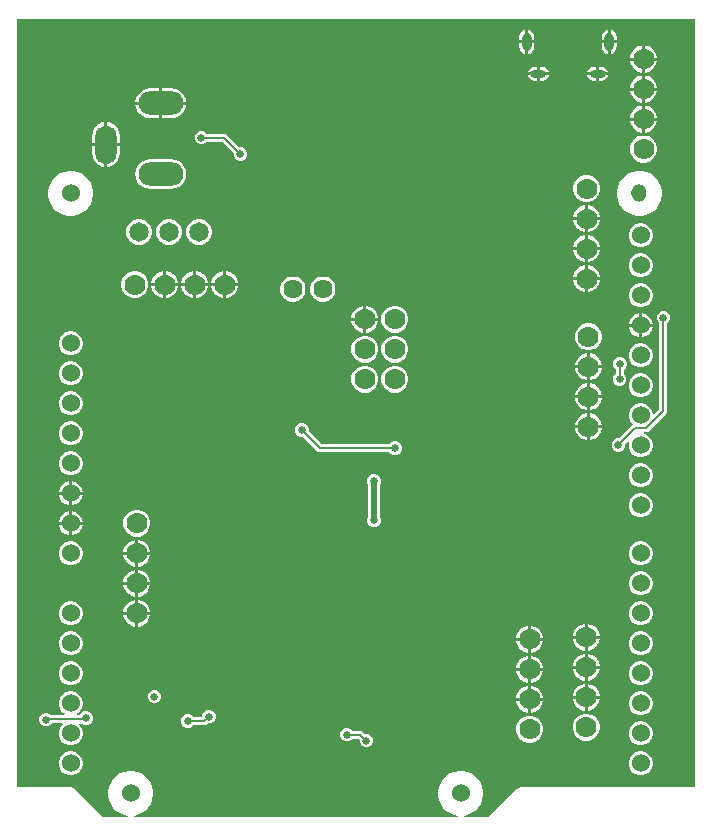
<source format=gbl>
G04*
G04 #@! TF.GenerationSoftware,Altium Limited,Altium Designer,24.2.2 (26)*
G04*
G04 Layer_Physical_Order=2*
G04 Layer_Color=16711680*
%FSLAX44Y44*%
%MOMM*%
G71*
G04*
G04 #@! TF.SameCoordinates,124A1895-3AD2-4E28-9B74-7A6451F43074*
G04*
G04*
G04 #@! TF.FilePolarity,Positive*
G04*
G01*
G75*
%ADD10C,0.1524*%
%ADD12C,0.5080*%
%ADD59C,1.7780*%
%ADD60O,1.8000X3.3000*%
%ADD61O,3.8000X2.0000*%
%ADD62C,1.6200*%
%ADD63C,1.5240*%
%ADD64O,0.7750X1.5500*%
%ADD65O,1.3000X0.6500*%
%ADD66C,1.6500*%
%ADD67O,1.2700X1.5240*%
%ADD68C,0.6350*%
G36*
X553620Y30580D02*
X406400D01*
X406400Y30580D01*
X404418Y30185D01*
X402738Y29062D01*
X402738Y29062D01*
X378855Y5179D01*
X358102D01*
X357977Y6449D01*
X361157Y7082D01*
X364624Y8518D01*
X367744Y10603D01*
X370397Y13256D01*
X372482Y16376D01*
X373918Y19843D01*
X374650Y23524D01*
Y27276D01*
X373918Y30957D01*
X372482Y34424D01*
X370397Y37544D01*
X367744Y40197D01*
X364624Y42282D01*
X361157Y43718D01*
X357476Y44450D01*
X353724D01*
X350043Y43718D01*
X346576Y42282D01*
X343456Y40197D01*
X340803Y37544D01*
X338718Y34424D01*
X337282Y30957D01*
X336550Y27276D01*
Y23524D01*
X337282Y19843D01*
X338718Y16376D01*
X340803Y13256D01*
X343456Y10603D01*
X346576Y8518D01*
X350043Y7082D01*
X353223Y6449D01*
X353098Y5179D01*
X78702D01*
X78577Y6449D01*
X81757Y7082D01*
X85224Y8518D01*
X88344Y10603D01*
X90997Y13256D01*
X93082Y16376D01*
X94518Y19843D01*
X95250Y23524D01*
Y27276D01*
X94518Y30957D01*
X93082Y34424D01*
X90997Y37544D01*
X88344Y40197D01*
X85224Y42282D01*
X81757Y43718D01*
X78076Y44450D01*
X74324D01*
X70643Y43718D01*
X67176Y42282D01*
X64056Y40197D01*
X61403Y37544D01*
X59318Y34424D01*
X57882Y30957D01*
X57150Y27276D01*
Y23524D01*
X57882Y19843D01*
X59318Y16376D01*
X61403Y13256D01*
X64056Y10603D01*
X67176Y8518D01*
X70643Y7082D01*
X73823Y6449D01*
X73698Y5179D01*
X52945D01*
X29062Y29062D01*
X27382Y30185D01*
X25400Y30580D01*
X-20220D01*
Y680620D01*
X553620D01*
Y30580D01*
D02*
G37*
%LPC*%
G36*
X412594Y671655D02*
Y662762D01*
X417865D01*
Y665367D01*
X417367Y667870D01*
X415949Y669992D01*
X413827Y671410D01*
X412594Y671655D01*
D02*
G37*
G36*
X482594D02*
Y662762D01*
X487865D01*
Y665367D01*
X487367Y667870D01*
X485949Y669992D01*
X483827Y671410D01*
X482594Y671655D01*
D02*
G37*
G36*
X480054D02*
X478821Y671410D01*
X476699Y669992D01*
X475281Y667870D01*
X474783Y665367D01*
Y662762D01*
X480054D01*
Y671655D01*
D02*
G37*
G36*
X410054D02*
X408821Y671410D01*
X406699Y669992D01*
X405281Y667870D01*
X404783Y665367D01*
Y662762D01*
X410054D01*
Y671655D01*
D02*
G37*
G36*
X417865Y660222D02*
X412594D01*
Y651329D01*
X413827Y651574D01*
X415949Y652992D01*
X417367Y655114D01*
X417865Y657617D01*
Y660222D01*
D02*
G37*
G36*
X487865D02*
X482594D01*
Y651329D01*
X483827Y651574D01*
X485949Y652992D01*
X487367Y655114D01*
X487865Y657617D01*
Y660222D01*
D02*
G37*
G36*
X480054D02*
X474783D01*
Y657617D01*
X475281Y655114D01*
X476699Y652992D01*
X478821Y651574D01*
X480054Y651329D01*
Y660222D01*
D02*
G37*
G36*
X410054D02*
X404783D01*
Y657617D01*
X405281Y655114D01*
X406699Y652992D01*
X408821Y651574D01*
X410054Y651329D01*
Y660222D01*
D02*
G37*
G36*
X511791Y658368D02*
X511556D01*
Y648208D01*
X521716D01*
Y648443D01*
X520937Y651350D01*
X519432Y653956D01*
X517304Y656084D01*
X514698Y657589D01*
X511791Y658368D01*
D02*
G37*
G36*
X509016D02*
X508781D01*
X505874Y657589D01*
X503268Y656084D01*
X501140Y653956D01*
X499635Y651350D01*
X498856Y648443D01*
Y648208D01*
X509016D01*
Y658368D01*
D02*
G37*
G36*
X474574Y640395D02*
X472594D01*
Y635762D01*
X480225D01*
X480028Y636751D01*
X478748Y638666D01*
X476833Y639946D01*
X474574Y640395D01*
D02*
G37*
G36*
X424574D02*
X422594D01*
Y635762D01*
X430225D01*
X430028Y636751D01*
X428748Y638666D01*
X426833Y639946D01*
X424574Y640395D01*
D02*
G37*
G36*
X470054D02*
X468074D01*
X465815Y639946D01*
X463900Y638666D01*
X462620Y636751D01*
X462423Y635762D01*
X470054D01*
Y640395D01*
D02*
G37*
G36*
X420054D02*
X418074D01*
X415815Y639946D01*
X413900Y638666D01*
X412620Y636751D01*
X412423Y635762D01*
X420054D01*
Y640395D01*
D02*
G37*
G36*
X521716Y645668D02*
X511556D01*
Y635508D01*
X511791D01*
X514698Y636287D01*
X517304Y637792D01*
X519432Y639920D01*
X520937Y642526D01*
X521716Y645433D01*
Y645668D01*
D02*
G37*
G36*
X509016D02*
X498856D01*
Y645433D01*
X499635Y642526D01*
X501140Y639920D01*
X503268Y637792D01*
X505874Y636287D01*
X508781Y635508D01*
X509016D01*
Y645668D01*
D02*
G37*
G36*
X480225Y633222D02*
X472594D01*
Y628589D01*
X474574D01*
X476833Y629038D01*
X478748Y630318D01*
X480028Y632233D01*
X480225Y633222D01*
D02*
G37*
G36*
X470054D02*
X462423D01*
X462620Y632233D01*
X463900Y630318D01*
X465815Y629038D01*
X468074Y628589D01*
X470054D01*
Y633222D01*
D02*
G37*
G36*
X430225D02*
X422594D01*
Y628589D01*
X424574D01*
X426833Y629038D01*
X428748Y630318D01*
X430028Y632233D01*
X430225Y633222D01*
D02*
G37*
G36*
X420054D02*
X412423D01*
X412620Y632233D01*
X413900Y630318D01*
X415815Y629038D01*
X418074Y628589D01*
X420054D01*
Y633222D01*
D02*
G37*
G36*
X511791Y632968D02*
X511556D01*
Y622808D01*
X521716D01*
Y623043D01*
X520937Y625950D01*
X519432Y628556D01*
X517304Y630684D01*
X514698Y632189D01*
X511791Y632968D01*
D02*
G37*
G36*
X509016D02*
X508781D01*
X505874Y632189D01*
X503268Y630684D01*
X501140Y628556D01*
X499635Y625950D01*
X498856Y623043D01*
Y622808D01*
X509016D01*
Y632968D01*
D02*
G37*
G36*
X110600Y622248D02*
X102870D01*
Y610870D01*
X123081D01*
X122817Y612874D01*
X121554Y615924D01*
X119544Y618544D01*
X116924Y620554D01*
X113874Y621817D01*
X110600Y622248D01*
D02*
G37*
G36*
X100330D02*
X92600D01*
X89326Y621817D01*
X86276Y620554D01*
X83656Y618544D01*
X81646Y615924D01*
X80383Y612874D01*
X80119Y610870D01*
X100330D01*
Y622248D01*
D02*
G37*
G36*
X521716Y620268D02*
X511556D01*
Y610108D01*
X511791D01*
X514698Y610887D01*
X517304Y612392D01*
X519432Y614520D01*
X520937Y617126D01*
X521716Y620033D01*
Y620268D01*
D02*
G37*
G36*
X509016D02*
X498856D01*
Y620033D01*
X499635Y617126D01*
X501140Y614520D01*
X503268Y612392D01*
X505874Y610887D01*
X508781Y610108D01*
X509016D01*
Y620268D01*
D02*
G37*
G36*
X511791Y607568D02*
X511556D01*
Y597408D01*
X521716D01*
Y597643D01*
X520937Y600550D01*
X519432Y603156D01*
X517304Y605284D01*
X514698Y606789D01*
X511791Y607568D01*
D02*
G37*
G36*
X509016D02*
X508781D01*
X505874Y606789D01*
X503268Y605284D01*
X501140Y603156D01*
X499635Y600550D01*
X498856Y597643D01*
Y597408D01*
X509016D01*
Y607568D01*
D02*
G37*
G36*
X123081Y608330D02*
X102870D01*
Y596952D01*
X110600D01*
X113874Y597383D01*
X116924Y598646D01*
X119544Y600656D01*
X121554Y603276D01*
X122817Y606326D01*
X123081Y608330D01*
D02*
G37*
G36*
X100330D02*
X80119D01*
X80383Y606326D01*
X81646Y603276D01*
X83656Y600656D01*
X86276Y598646D01*
X89326Y597383D01*
X92600Y596952D01*
X100330D01*
Y608330D01*
D02*
G37*
G36*
X521716Y594868D02*
X511556D01*
Y584708D01*
X511791D01*
X514698Y585487D01*
X517304Y586992D01*
X519432Y589120D01*
X520937Y591726D01*
X521716Y594633D01*
Y594868D01*
D02*
G37*
G36*
X509016D02*
X498856D01*
Y594633D01*
X499635Y591726D01*
X501140Y589120D01*
X503268Y586992D01*
X505874Y585487D01*
X508781Y584708D01*
X509016D01*
Y594868D01*
D02*
G37*
G36*
X56370Y593572D02*
Y575870D01*
X66740D01*
Y582100D01*
X66343Y585112D01*
X65180Y587920D01*
X63331Y590330D01*
X60920Y592180D01*
X58113Y593343D01*
X56370Y593572D01*
D02*
G37*
G36*
X53830D02*
X52088Y593343D01*
X49280Y592180D01*
X46870Y590330D01*
X45020Y587920D01*
X43857Y585112D01*
X43461Y582100D01*
Y575870D01*
X53830D01*
Y593572D01*
D02*
G37*
G36*
X137027Y586105D02*
X134753D01*
X132653Y585235D01*
X131045Y583627D01*
X130175Y581527D01*
Y579253D01*
X131045Y577153D01*
X132653Y575545D01*
X134753Y574675D01*
X137027D01*
X139127Y575545D01*
X140605Y577023D01*
X153546D01*
X163195Y567374D01*
Y565283D01*
X164065Y563183D01*
X165673Y561575D01*
X167773Y560705D01*
X170047D01*
X172147Y561575D01*
X173755Y563183D01*
X174625Y565283D01*
Y567557D01*
X173755Y569657D01*
X172147Y571265D01*
X170047Y572135D01*
X167956D01*
X157321Y582771D01*
X156228Y583500D01*
X154940Y583757D01*
X140605D01*
X139127Y585235D01*
X137027Y586105D01*
D02*
G37*
G36*
X511791Y582168D02*
X508781D01*
X505874Y581389D01*
X503268Y579884D01*
X501140Y577756D01*
X499635Y575150D01*
X498856Y572243D01*
Y569233D01*
X499635Y566326D01*
X501140Y563720D01*
X503268Y561592D01*
X505874Y560087D01*
X508781Y559308D01*
X511791D01*
X514698Y560087D01*
X517304Y561592D01*
X519432Y563720D01*
X520937Y566326D01*
X521716Y569233D01*
Y572243D01*
X520937Y575150D01*
X519432Y577756D01*
X517304Y579884D01*
X514698Y581389D01*
X511791Y582168D01*
D02*
G37*
G36*
X66740Y573330D02*
X56370D01*
Y555627D01*
X58113Y555857D01*
X60920Y557020D01*
X63331Y558869D01*
X65180Y561280D01*
X66343Y564087D01*
X66740Y567100D01*
Y573330D01*
D02*
G37*
G36*
X53830D02*
X43461D01*
Y567100D01*
X43857Y564087D01*
X45020Y561280D01*
X46870Y558869D01*
X49280Y557020D01*
X52088Y555857D01*
X53830Y555627D01*
Y573330D01*
D02*
G37*
G36*
X110600Y562248D02*
X92600D01*
X89326Y561817D01*
X86276Y560554D01*
X83656Y558544D01*
X81646Y555924D01*
X80383Y552874D01*
X79952Y549600D01*
X80383Y546326D01*
X81646Y543276D01*
X83656Y540657D01*
X86276Y538646D01*
X89326Y537383D01*
X92600Y536952D01*
X110600D01*
X113874Y537383D01*
X116924Y538646D01*
X119544Y540657D01*
X121554Y543276D01*
X122817Y546326D01*
X123248Y549600D01*
X122817Y552874D01*
X121554Y555924D01*
X119544Y558544D01*
X116924Y560554D01*
X113874Y561817D01*
X110600Y562248D01*
D02*
G37*
G36*
X463531Y548640D02*
X460521D01*
X457614Y547861D01*
X455008Y546356D01*
X452880Y544228D01*
X451375Y541622D01*
X450596Y538715D01*
Y535705D01*
X451375Y532798D01*
X452880Y530192D01*
X455008Y528064D01*
X457614Y526559D01*
X460521Y525780D01*
X463531D01*
X466438Y526559D01*
X469044Y528064D01*
X471172Y530192D01*
X472677Y532798D01*
X473456Y535705D01*
Y538715D01*
X472677Y541622D01*
X471172Y544228D01*
X469044Y546356D01*
X466438Y547861D01*
X463531Y548640D01*
D02*
G37*
G36*
X508606Y552450D02*
X504854D01*
X501173Y551718D01*
X497706Y550282D01*
X494586Y548197D01*
X491933Y545544D01*
X489848Y542424D01*
X488412Y538957D01*
X487680Y535276D01*
Y531524D01*
X488412Y527843D01*
X489848Y524376D01*
X491933Y521256D01*
X494586Y518603D01*
X497706Y516518D01*
X501173Y515082D01*
X504854Y514350D01*
X508606D01*
X512287Y515082D01*
X515754Y516518D01*
X518874Y518603D01*
X521527Y521256D01*
X523612Y524376D01*
X525048Y527843D01*
X525780Y531524D01*
Y535276D01*
X525048Y538957D01*
X523612Y542424D01*
X521527Y545544D01*
X518874Y548197D01*
X515754Y550282D01*
X512287Y551718D01*
X508606Y552450D01*
D02*
G37*
G36*
X27276D02*
X23524D01*
X19843Y551718D01*
X16376Y550282D01*
X13256Y548197D01*
X10603Y545544D01*
X8518Y542424D01*
X7082Y538957D01*
X6350Y535276D01*
Y531524D01*
X7082Y527843D01*
X8518Y524376D01*
X10603Y521256D01*
X13256Y518603D01*
X16376Y516518D01*
X19843Y515082D01*
X23524Y514350D01*
X27276D01*
X30957Y515082D01*
X34424Y516518D01*
X37544Y518603D01*
X40197Y521256D01*
X42282Y524376D01*
X43718Y527843D01*
X44450Y531524D01*
Y535276D01*
X43718Y538957D01*
X42282Y542424D01*
X40197Y545544D01*
X37544Y548197D01*
X34424Y550282D01*
X30957Y551718D01*
X27276Y552450D01*
D02*
G37*
G36*
X463531Y523240D02*
X463296D01*
Y513080D01*
X473456D01*
Y513315D01*
X472677Y516222D01*
X471172Y518828D01*
X469044Y520956D01*
X466438Y522461D01*
X463531Y523240D01*
D02*
G37*
G36*
X460756D02*
X460521D01*
X457614Y522461D01*
X455008Y520956D01*
X452880Y518828D01*
X451375Y516222D01*
X450596Y513315D01*
Y513080D01*
X460756D01*
Y523240D01*
D02*
G37*
G36*
X473456Y510540D02*
X463296D01*
Y500380D01*
X463531D01*
X466438Y501159D01*
X469044Y502664D01*
X471172Y504792D01*
X472677Y507398D01*
X473456Y510305D01*
Y510540D01*
D02*
G37*
G36*
X460756D02*
X450596D01*
Y510305D01*
X451375Y507398D01*
X452880Y504792D01*
X455008Y502664D01*
X457614Y501159D01*
X460521Y500380D01*
X460756D01*
Y510540D01*
D02*
G37*
G36*
X135279Y511424D02*
X132437D01*
X129693Y510689D01*
X127233Y509268D01*
X125224Y507259D01*
X123803Y504799D01*
X123068Y502054D01*
Y499213D01*
X123803Y496469D01*
X125224Y494009D01*
X127233Y492000D01*
X129693Y490579D01*
X132437Y489844D01*
X135279D01*
X138023Y490579D01*
X140483Y492000D01*
X142492Y494009D01*
X143913Y496469D01*
X144648Y499213D01*
Y502054D01*
X143913Y504799D01*
X142492Y507259D01*
X140483Y509268D01*
X138023Y510689D01*
X135279Y511424D01*
D02*
G37*
G36*
X109879D02*
X107037D01*
X104293Y510689D01*
X101833Y509268D01*
X99824Y507259D01*
X98403Y504799D01*
X97668Y502054D01*
Y499213D01*
X98403Y496469D01*
X99824Y494009D01*
X101833Y492000D01*
X104293Y490579D01*
X107037Y489844D01*
X109879D01*
X112623Y490579D01*
X115083Y492000D01*
X117092Y494009D01*
X118513Y496469D01*
X119248Y499213D01*
Y502054D01*
X118513Y504799D01*
X117092Y507259D01*
X115083Y509268D01*
X112623Y510689D01*
X109879Y511424D01*
D02*
G37*
G36*
X84479D02*
X81637D01*
X78893Y510689D01*
X76433Y509268D01*
X74424Y507259D01*
X73003Y504799D01*
X72268Y502054D01*
Y499213D01*
X73003Y496469D01*
X74424Y494009D01*
X76433Y492000D01*
X78893Y490579D01*
X81637Y489844D01*
X84479D01*
X87223Y490579D01*
X89683Y492000D01*
X91692Y494009D01*
X93113Y496469D01*
X93848Y499213D01*
Y502054D01*
X93113Y504799D01*
X91692Y507259D01*
X89683Y509268D01*
X87223Y510689D01*
X84479Y511424D01*
D02*
G37*
G36*
X463531Y497840D02*
X463296D01*
Y487680D01*
X473456D01*
Y487915D01*
X472677Y490822D01*
X471172Y493428D01*
X469044Y495556D01*
X466438Y497061D01*
X463531Y497840D01*
D02*
G37*
G36*
X509338Y508000D02*
X506662D01*
X504078Y507308D01*
X501762Y505970D01*
X499870Y504078D01*
X498532Y501762D01*
X497840Y499178D01*
Y496502D01*
X498532Y493918D01*
X499870Y491602D01*
X501762Y489710D01*
X504078Y488372D01*
X506662Y487680D01*
X509338D01*
X511922Y488372D01*
X514238Y489710D01*
X516130Y491602D01*
X517468Y493918D01*
X518160Y496502D01*
Y499178D01*
X517468Y501762D01*
X516130Y504078D01*
X514238Y505970D01*
X511922Y507308D01*
X509338Y508000D01*
D02*
G37*
G36*
X460756Y497840D02*
X460521D01*
X457614Y497061D01*
X455008Y495556D01*
X452880Y493428D01*
X451375Y490822D01*
X450596Y487915D01*
Y487680D01*
X460756D01*
Y497840D01*
D02*
G37*
G36*
X473456Y485140D02*
X463296D01*
Y474980D01*
X463531D01*
X466438Y475759D01*
X469044Y477264D01*
X471172Y479392D01*
X472677Y481998D01*
X473456Y484905D01*
Y485140D01*
D02*
G37*
G36*
X460756D02*
X450596D01*
Y484905D01*
X451375Y481998D01*
X452880Y479392D01*
X455008Y477264D01*
X457614Y475759D01*
X460521Y474980D01*
X460756D01*
Y485140D01*
D02*
G37*
G36*
X463531Y472440D02*
X463296D01*
Y462280D01*
X473456D01*
Y462515D01*
X472677Y465422D01*
X471172Y468028D01*
X469044Y470156D01*
X466438Y471661D01*
X463531Y472440D01*
D02*
G37*
G36*
X509338Y482600D02*
X506662D01*
X504078Y481908D01*
X501762Y480570D01*
X499870Y478678D01*
X498532Y476362D01*
X497840Y473778D01*
Y471102D01*
X498532Y468518D01*
X499870Y466202D01*
X501762Y464310D01*
X504078Y462972D01*
X506662Y462280D01*
X509338D01*
X511922Y462972D01*
X514238Y464310D01*
X516130Y466202D01*
X517468Y468518D01*
X518160Y471102D01*
Y473778D01*
X517468Y476362D01*
X516130Y478678D01*
X514238Y480570D01*
X511922Y481908D01*
X509338Y482600D01*
D02*
G37*
G36*
X460756Y472440D02*
X460521D01*
X457614Y471661D01*
X455008Y470156D01*
X452880Y468028D01*
X451375Y465422D01*
X450596Y462515D01*
Y462280D01*
X460756D01*
Y472440D01*
D02*
G37*
G36*
X157207Y467360D02*
X156972D01*
Y457200D01*
X167132D01*
Y457435D01*
X166353Y460342D01*
X164848Y462948D01*
X162720Y465076D01*
X160114Y466581D01*
X157207Y467360D01*
D02*
G37*
G36*
X154432D02*
X154197D01*
X151290Y466581D01*
X148684Y465076D01*
X146556Y462948D01*
X145051Y460342D01*
X144272Y457435D01*
Y457200D01*
X154432D01*
Y467360D01*
D02*
G37*
G36*
X131807D02*
X131572D01*
Y457200D01*
X141732D01*
Y457435D01*
X140953Y460342D01*
X139448Y462948D01*
X137320Y465076D01*
X134714Y466581D01*
X131807Y467360D01*
D02*
G37*
G36*
X129032D02*
X128797D01*
X125890Y466581D01*
X123284Y465076D01*
X121156Y462948D01*
X119651Y460342D01*
X118872Y457435D01*
Y457200D01*
X129032D01*
Y467360D01*
D02*
G37*
G36*
X106407D02*
X106172D01*
Y457200D01*
X116332D01*
Y457435D01*
X115553Y460342D01*
X114048Y462948D01*
X111920Y465076D01*
X109314Y466581D01*
X106407Y467360D01*
D02*
G37*
G36*
X103632D02*
X103397D01*
X100490Y466581D01*
X97884Y465076D01*
X95756Y462948D01*
X94251Y460342D01*
X93472Y457435D01*
Y457200D01*
X103632D01*
Y467360D01*
D02*
G37*
G36*
X473456Y459740D02*
X463296D01*
Y449580D01*
X463531D01*
X466438Y450359D01*
X469044Y451864D01*
X471172Y453992D01*
X472677Y456598D01*
X473456Y459505D01*
Y459740D01*
D02*
G37*
G36*
X460756D02*
X450596D01*
Y459505D01*
X451375Y456598D01*
X452880Y453992D01*
X455008Y451864D01*
X457614Y450359D01*
X460521Y449580D01*
X460756D01*
Y459740D01*
D02*
G37*
G36*
X167132Y454660D02*
X156972D01*
Y444500D01*
X157207D01*
X160114Y445279D01*
X162720Y446784D01*
X164848Y448912D01*
X166353Y451518D01*
X167132Y454425D01*
Y454660D01*
D02*
G37*
G36*
X154432D02*
X144272D01*
Y454425D01*
X145051Y451518D01*
X146556Y448912D01*
X148684Y446784D01*
X151290Y445279D01*
X154197Y444500D01*
X154432D01*
Y454660D01*
D02*
G37*
G36*
X141732D02*
X131572D01*
Y444500D01*
X131807D01*
X134714Y445279D01*
X137320Y446784D01*
X139448Y448912D01*
X140953Y451518D01*
X141732Y454425D01*
Y454660D01*
D02*
G37*
G36*
X129032D02*
X118872D01*
Y454425D01*
X119651Y451518D01*
X121156Y448912D01*
X123284Y446784D01*
X125890Y445279D01*
X128797Y444500D01*
X129032D01*
Y454660D01*
D02*
G37*
G36*
X116332D02*
X106172D01*
Y444500D01*
X106407D01*
X109314Y445279D01*
X111920Y446784D01*
X114048Y448912D01*
X115553Y451518D01*
X116332Y454425D01*
Y454660D01*
D02*
G37*
G36*
X103632D02*
X93472D01*
Y454425D01*
X94251Y451518D01*
X95756Y448912D01*
X97884Y446784D01*
X100490Y445279D01*
X103397Y444500D01*
X103632D01*
Y454660D01*
D02*
G37*
G36*
X81007Y467360D02*
X77997D01*
X75090Y466581D01*
X72484Y465076D01*
X70356Y462948D01*
X68851Y460342D01*
X68072Y457435D01*
Y454425D01*
X68851Y451518D01*
X70356Y448912D01*
X72484Y446784D01*
X75090Y445279D01*
X77997Y444500D01*
X81007D01*
X83914Y445279D01*
X86520Y446784D01*
X88648Y448912D01*
X90153Y451518D01*
X90932Y454425D01*
Y457435D01*
X90153Y460342D01*
X88648Y462948D01*
X86520Y465076D01*
X83914Y466581D01*
X81007Y467360D01*
D02*
G37*
G36*
X240161Y462760D02*
X237359D01*
X234653Y462035D01*
X232227Y460634D01*
X230246Y458653D01*
X228845Y456227D01*
X228120Y453521D01*
Y450719D01*
X228845Y448013D01*
X230246Y445587D01*
X232227Y443606D01*
X234653Y442205D01*
X237359Y441480D01*
X240161D01*
X242867Y442205D01*
X245293Y443606D01*
X247274Y445587D01*
X248675Y448013D01*
X249400Y450719D01*
Y453521D01*
X248675Y456227D01*
X247274Y458653D01*
X245293Y460634D01*
X242867Y462035D01*
X240161Y462760D01*
D02*
G37*
G36*
X214761D02*
X211959D01*
X209253Y462035D01*
X206827Y460634D01*
X204846Y458653D01*
X203445Y456227D01*
X202720Y453521D01*
Y450719D01*
X203445Y448013D01*
X204846Y445587D01*
X206827Y443606D01*
X209253Y442205D01*
X211959Y441480D01*
X214761D01*
X217467Y442205D01*
X219893Y443606D01*
X221874Y445587D01*
X223275Y448013D01*
X224000Y450719D01*
Y453521D01*
X223275Y456227D01*
X221874Y458653D01*
X219893Y460634D01*
X217467Y462035D01*
X214761Y462760D01*
D02*
G37*
G36*
X509338Y457200D02*
X506662D01*
X504078Y456508D01*
X501762Y455170D01*
X499870Y453278D01*
X498532Y450962D01*
X497840Y448378D01*
Y445702D01*
X498532Y443118D01*
X499870Y440802D01*
X501762Y438910D01*
X504078Y437572D01*
X506662Y436880D01*
X509338D01*
X511922Y437572D01*
X514238Y438910D01*
X516130Y440802D01*
X517468Y443118D01*
X518160Y445702D01*
Y448378D01*
X517468Y450962D01*
X516130Y453278D01*
X514238Y455170D01*
X511922Y456508D01*
X509338Y457200D01*
D02*
G37*
G36*
X275825Y438150D02*
X275590D01*
Y427990D01*
X285750D01*
Y428225D01*
X284971Y431132D01*
X283466Y433738D01*
X281338Y435866D01*
X278732Y437371D01*
X275825Y438150D01*
D02*
G37*
G36*
X273050D02*
X272815D01*
X269908Y437371D01*
X267302Y435866D01*
X265174Y433738D01*
X263669Y431132D01*
X262890Y428225D01*
Y427990D01*
X273050D01*
Y438150D01*
D02*
G37*
G36*
X509338Y431800D02*
X509270D01*
Y422910D01*
X518160D01*
Y422978D01*
X517468Y425562D01*
X516130Y427878D01*
X514238Y429770D01*
X511922Y431108D01*
X509338Y431800D01*
D02*
G37*
G36*
X506730D02*
X506662D01*
X504078Y431108D01*
X501762Y429770D01*
X499870Y427878D01*
X498532Y425562D01*
X497840Y422978D01*
Y422910D01*
X506730D01*
Y431800D01*
D02*
G37*
G36*
X301225Y438150D02*
X298215D01*
X295308Y437371D01*
X292702Y435866D01*
X290574Y433738D01*
X289069Y431132D01*
X288290Y428225D01*
Y425215D01*
X289069Y422308D01*
X290574Y419702D01*
X292702Y417574D01*
X295308Y416069D01*
X298215Y415290D01*
X301225D01*
X304132Y416069D01*
X306738Y417574D01*
X308866Y419702D01*
X310371Y422308D01*
X311150Y425215D01*
Y428225D01*
X310371Y431132D01*
X308866Y433738D01*
X306738Y435866D01*
X304132Y437371D01*
X301225Y438150D01*
D02*
G37*
G36*
X285750Y425450D02*
X275590D01*
Y415290D01*
X275825D01*
X278732Y416069D01*
X281338Y417574D01*
X283466Y419702D01*
X284971Y422308D01*
X285750Y425215D01*
Y425450D01*
D02*
G37*
G36*
X273050D02*
X262890D01*
Y425215D01*
X263669Y422308D01*
X265174Y419702D01*
X267302Y417574D01*
X269908Y416069D01*
X272815Y415290D01*
X273050D01*
Y425450D01*
D02*
G37*
G36*
X518160Y420370D02*
X509270D01*
Y411480D01*
X509338D01*
X511922Y412172D01*
X514238Y413510D01*
X516130Y415402D01*
X517468Y417718D01*
X518160Y420302D01*
Y420370D01*
D02*
G37*
G36*
X506730D02*
X497840D01*
Y420302D01*
X498532Y417718D01*
X499870Y415402D01*
X501762Y413510D01*
X504078Y412172D01*
X506662Y411480D01*
X506730D01*
Y420370D01*
D02*
G37*
G36*
X465055Y423164D02*
X462045D01*
X459138Y422385D01*
X456532Y420880D01*
X454404Y418752D01*
X452899Y416146D01*
X452120Y413239D01*
Y410229D01*
X452899Y407322D01*
X454404Y404716D01*
X456532Y402588D01*
X459138Y401083D01*
X462045Y400304D01*
X465055D01*
X467962Y401083D01*
X470568Y402588D01*
X472696Y404716D01*
X474201Y407322D01*
X474980Y410229D01*
Y413239D01*
X474201Y416146D01*
X472696Y418752D01*
X470568Y420880D01*
X467962Y422385D01*
X465055Y423164D01*
D02*
G37*
G36*
X26738Y416560D02*
X24062D01*
X21478Y415868D01*
X19162Y414530D01*
X17270Y412638D01*
X15932Y410322D01*
X15240Y407738D01*
Y405062D01*
X15932Y402478D01*
X17270Y400162D01*
X19162Y398270D01*
X21478Y396932D01*
X24062Y396240D01*
X26738D01*
X29322Y396932D01*
X31638Y398270D01*
X33530Y400162D01*
X34868Y402478D01*
X35560Y405062D01*
Y407738D01*
X34868Y410322D01*
X33530Y412638D01*
X31638Y414530D01*
X29322Y415868D01*
X26738Y416560D01*
D02*
G37*
G36*
X301225Y412750D02*
X298215D01*
X295308Y411971D01*
X292702Y410466D01*
X290574Y408338D01*
X289069Y405732D01*
X288290Y402825D01*
Y399815D01*
X289069Y396908D01*
X290574Y394302D01*
X292702Y392174D01*
X295308Y390669D01*
X298215Y389890D01*
X301225D01*
X304132Y390669D01*
X306738Y392174D01*
X308866Y394302D01*
X310371Y396908D01*
X311150Y399815D01*
Y402825D01*
X310371Y405732D01*
X308866Y408338D01*
X306738Y410466D01*
X304132Y411971D01*
X301225Y412750D01*
D02*
G37*
G36*
X275825D02*
X272815D01*
X269908Y411971D01*
X267302Y410466D01*
X265174Y408338D01*
X263669Y405732D01*
X262890Y402825D01*
Y399815D01*
X263669Y396908D01*
X265174Y394302D01*
X267302Y392174D01*
X269908Y390669D01*
X272815Y389890D01*
X275825D01*
X278732Y390669D01*
X281338Y392174D01*
X283466Y394302D01*
X284971Y396908D01*
X285750Y399815D01*
Y402825D01*
X284971Y405732D01*
X283466Y408338D01*
X281338Y410466D01*
X278732Y411971D01*
X275825Y412750D01*
D02*
G37*
G36*
X465055Y397764D02*
X464820D01*
Y387604D01*
X474980D01*
Y387839D01*
X474201Y390746D01*
X472696Y393352D01*
X470568Y395480D01*
X467962Y396985D01*
X465055Y397764D01*
D02*
G37*
G36*
X462280D02*
X462045D01*
X459138Y396985D01*
X456532Y395480D01*
X454404Y393352D01*
X452899Y390746D01*
X452120Y387839D01*
Y387604D01*
X462280D01*
Y397764D01*
D02*
G37*
G36*
X509338Y406400D02*
X506662D01*
X504078Y405708D01*
X501762Y404370D01*
X499870Y402478D01*
X498532Y400162D01*
X497840Y397578D01*
Y394902D01*
X498532Y392318D01*
X499870Y390002D01*
X501762Y388110D01*
X504078Y386772D01*
X506662Y386080D01*
X509338D01*
X511922Y386772D01*
X514238Y388110D01*
X516130Y390002D01*
X517468Y392318D01*
X518160Y394902D01*
Y397578D01*
X517468Y400162D01*
X516130Y402478D01*
X514238Y404370D01*
X511922Y405708D01*
X509338Y406400D01*
D02*
G37*
G36*
X474980Y385064D02*
X464820D01*
Y374904D01*
X465055D01*
X467962Y375683D01*
X470568Y377188D01*
X472696Y379316D01*
X474201Y381922D01*
X474980Y384829D01*
Y385064D01*
D02*
G37*
G36*
X462280D02*
X452120D01*
Y384829D01*
X452899Y381922D01*
X454404Y379316D01*
X456532Y377188D01*
X459138Y375683D01*
X462045Y374904D01*
X462280D01*
Y385064D01*
D02*
G37*
G36*
X26738Y391160D02*
X24062D01*
X21478Y390468D01*
X19162Y389130D01*
X17270Y387238D01*
X15932Y384922D01*
X15240Y382338D01*
Y379662D01*
X15932Y377078D01*
X17270Y374762D01*
X19162Y372870D01*
X21478Y371532D01*
X24062Y370840D01*
X26738D01*
X29322Y371532D01*
X31638Y372870D01*
X33530Y374762D01*
X34868Y377078D01*
X35560Y379662D01*
Y382338D01*
X34868Y384922D01*
X33530Y387238D01*
X31638Y389130D01*
X29322Y390468D01*
X26738Y391160D01*
D02*
G37*
G36*
X491357Y394589D02*
X489083D01*
X486983Y393719D01*
X485375Y392111D01*
X484505Y390011D01*
Y387737D01*
X485375Y385637D01*
X486718Y384293D01*
Y380767D01*
X486713Y380765D01*
X485105Y379157D01*
X484235Y377057D01*
Y374783D01*
X485105Y372683D01*
X486713Y371075D01*
X488813Y370205D01*
X491087D01*
X493187Y371075D01*
X494795Y372683D01*
X495665Y374783D01*
Y377057D01*
X494795Y379157D01*
X493452Y380501D01*
Y384027D01*
X493457Y384029D01*
X495065Y385637D01*
X495935Y387737D01*
Y390011D01*
X495065Y392111D01*
X493457Y393719D01*
X491357Y394589D01*
D02*
G37*
G36*
X301225Y387350D02*
X298215D01*
X295308Y386571D01*
X292702Y385066D01*
X290574Y382938D01*
X289069Y380332D01*
X288290Y377425D01*
Y374415D01*
X289069Y371508D01*
X290574Y368902D01*
X292702Y366774D01*
X295308Y365269D01*
X298215Y364490D01*
X301225D01*
X304132Y365269D01*
X306738Y366774D01*
X308866Y368902D01*
X310371Y371508D01*
X311150Y374415D01*
Y377425D01*
X310371Y380332D01*
X308866Y382938D01*
X306738Y385066D01*
X304132Y386571D01*
X301225Y387350D01*
D02*
G37*
G36*
X275825D02*
X272815D01*
X269908Y386571D01*
X267302Y385066D01*
X265174Y382938D01*
X263669Y380332D01*
X262890Y377425D01*
Y374415D01*
X263669Y371508D01*
X265174Y368902D01*
X267302Y366774D01*
X269908Y365269D01*
X272815Y364490D01*
X275825D01*
X278732Y365269D01*
X281338Y366774D01*
X283466Y368902D01*
X284971Y371508D01*
X285750Y374415D01*
Y377425D01*
X284971Y380332D01*
X283466Y382938D01*
X281338Y385066D01*
X278732Y386571D01*
X275825Y387350D01*
D02*
G37*
G36*
X465055Y372364D02*
X464820D01*
Y362204D01*
X474980D01*
Y362439D01*
X474201Y365346D01*
X472696Y367952D01*
X470568Y370080D01*
X467962Y371585D01*
X465055Y372364D01*
D02*
G37*
G36*
X462280D02*
X462045D01*
X459138Y371585D01*
X456532Y370080D01*
X454404Y367952D01*
X452899Y365346D01*
X452120Y362439D01*
Y362204D01*
X462280D01*
Y372364D01*
D02*
G37*
G36*
X509338Y381000D02*
X506662D01*
X504078Y380308D01*
X501762Y378970D01*
X499870Y377078D01*
X498532Y374762D01*
X497840Y372178D01*
Y369502D01*
X498532Y366918D01*
X499870Y364602D01*
X501762Y362710D01*
X504078Y361372D01*
X506662Y360680D01*
X509338D01*
X511922Y361372D01*
X514238Y362710D01*
X516130Y364602D01*
X517468Y366918D01*
X518160Y369502D01*
Y372178D01*
X517468Y374762D01*
X516130Y377078D01*
X514238Y378970D01*
X511922Y380308D01*
X509338Y381000D01*
D02*
G37*
G36*
X474980Y359664D02*
X464820D01*
Y349504D01*
X465055D01*
X467962Y350283D01*
X470568Y351788D01*
X472696Y353916D01*
X474201Y356522D01*
X474980Y359429D01*
Y359664D01*
D02*
G37*
G36*
X462280D02*
X452120D01*
Y359429D01*
X452899Y356522D01*
X454404Y353916D01*
X456532Y351788D01*
X459138Y350283D01*
X462045Y349504D01*
X462280D01*
Y359664D01*
D02*
G37*
G36*
X528187Y433705D02*
X525913D01*
X523813Y432835D01*
X522205Y431227D01*
X521335Y429127D01*
Y426853D01*
X522205Y424753D01*
X523683Y423274D01*
Y350438D01*
X519333Y346088D01*
X518160Y346575D01*
Y346778D01*
X517468Y349362D01*
X516130Y351678D01*
X514238Y353570D01*
X511922Y354908D01*
X509338Y355600D01*
X506662D01*
X504078Y354908D01*
X501762Y353570D01*
X499870Y351678D01*
X498532Y349362D01*
X497840Y346778D01*
Y344102D01*
X498532Y341518D01*
X499870Y339202D01*
X501148Y337923D01*
X501047Y336899D01*
X489904Y325755D01*
X487813D01*
X485713Y324885D01*
X484105Y323277D01*
X483235Y321177D01*
Y318903D01*
X484105Y316803D01*
X485713Y315195D01*
X487813Y314325D01*
X490087D01*
X492187Y315195D01*
X493795Y316803D01*
X494665Y318903D01*
Y320994D01*
X497066Y323394D01*
X498204Y322737D01*
X497840Y321378D01*
Y318702D01*
X498532Y316118D01*
X499870Y313802D01*
X501762Y311910D01*
X504078Y310572D01*
X506662Y309880D01*
X509338D01*
X511922Y310572D01*
X514238Y311910D01*
X516130Y313802D01*
X517468Y316118D01*
X518160Y318702D01*
Y321378D01*
X517468Y323962D01*
X516130Y326278D01*
X514238Y328170D01*
X511922Y329508D01*
X510527Y329881D01*
X510694Y331151D01*
X512524D01*
X513812Y331408D01*
X514905Y332137D01*
X529431Y346663D01*
X530160Y347756D01*
X530417Y349044D01*
Y423274D01*
X531895Y424753D01*
X532765Y426853D01*
Y429127D01*
X531895Y431227D01*
X530287Y432835D01*
X528187Y433705D01*
D02*
G37*
G36*
X26738Y365760D02*
X24062D01*
X21478Y365068D01*
X19162Y363730D01*
X17270Y361838D01*
X15932Y359522D01*
X15240Y356938D01*
Y354262D01*
X15932Y351678D01*
X17270Y349362D01*
X19162Y347470D01*
X21478Y346132D01*
X24062Y345440D01*
X26738D01*
X29322Y346132D01*
X31638Y347470D01*
X33530Y349362D01*
X34868Y351678D01*
X35560Y354262D01*
Y356938D01*
X34868Y359522D01*
X33530Y361838D01*
X31638Y363730D01*
X29322Y365068D01*
X26738Y365760D01*
D02*
G37*
G36*
X465055Y346964D02*
X464820D01*
Y336804D01*
X474980D01*
Y337039D01*
X474201Y339946D01*
X472696Y342552D01*
X470568Y344680D01*
X467962Y346185D01*
X465055Y346964D01*
D02*
G37*
G36*
X462280D02*
X462045D01*
X459138Y346185D01*
X456532Y344680D01*
X454404Y342552D01*
X452899Y339946D01*
X452120Y337039D01*
Y336804D01*
X462280D01*
Y346964D01*
D02*
G37*
G36*
X474980Y334264D02*
X464820D01*
Y324104D01*
X465055D01*
X467962Y324883D01*
X470568Y326388D01*
X472696Y328516D01*
X474201Y331122D01*
X474980Y334029D01*
Y334264D01*
D02*
G37*
G36*
X462280D02*
X452120D01*
Y334029D01*
X452899Y331122D01*
X454404Y328516D01*
X456532Y326388D01*
X459138Y324883D01*
X462045Y324104D01*
X462280D01*
Y334264D01*
D02*
G37*
G36*
X26738Y340360D02*
X24062D01*
X21478Y339668D01*
X19162Y338330D01*
X17270Y336438D01*
X15932Y334122D01*
X15240Y331538D01*
Y328862D01*
X15932Y326278D01*
X17270Y323962D01*
X19162Y322070D01*
X21478Y320732D01*
X24062Y320040D01*
X26738D01*
X29322Y320732D01*
X31638Y322070D01*
X33530Y323962D01*
X34868Y326278D01*
X35560Y328862D01*
Y331538D01*
X34868Y334122D01*
X33530Y336438D01*
X31638Y338330D01*
X29322Y339668D01*
X26738Y340360D01*
D02*
G37*
G36*
X222117Y338455D02*
X219843D01*
X217743Y337585D01*
X216135Y335977D01*
X215265Y333877D01*
Y331603D01*
X216135Y329503D01*
X217743Y327895D01*
X219843Y327025D01*
X221934D01*
X233839Y315119D01*
X234932Y314390D01*
X236220Y314133D01*
X295033D01*
X296512Y312655D01*
X298612Y311785D01*
X300886D01*
X302986Y312655D01*
X304594Y314263D01*
X305464Y316363D01*
Y318637D01*
X304594Y320737D01*
X302986Y322345D01*
X300886Y323215D01*
X298612D01*
X296512Y322345D01*
X295033Y320867D01*
X237614D01*
X226695Y331786D01*
Y333877D01*
X225825Y335977D01*
X224217Y337585D01*
X222117Y338455D01*
D02*
G37*
G36*
X26738Y314960D02*
X24062D01*
X21478Y314268D01*
X19162Y312930D01*
X17270Y311038D01*
X15932Y308722D01*
X15240Y306138D01*
Y303462D01*
X15932Y300878D01*
X17270Y298562D01*
X19162Y296670D01*
X21478Y295332D01*
X24062Y294640D01*
X26738D01*
X29322Y295332D01*
X31638Y296670D01*
X33530Y298562D01*
X34868Y300878D01*
X35560Y303462D01*
Y306138D01*
X34868Y308722D01*
X33530Y311038D01*
X31638Y312930D01*
X29322Y314268D01*
X26738Y314960D01*
D02*
G37*
G36*
X509338Y304800D02*
X506662D01*
X504078Y304108D01*
X501762Y302770D01*
X499870Y300878D01*
X498532Y298562D01*
X497840Y295978D01*
Y293302D01*
X498532Y290718D01*
X499870Y288402D01*
X501762Y286510D01*
X504078Y285172D01*
X506662Y284480D01*
X509338D01*
X511922Y285172D01*
X514238Y286510D01*
X516130Y288402D01*
X517468Y290718D01*
X518160Y293302D01*
Y295978D01*
X517468Y298562D01*
X516130Y300878D01*
X514238Y302770D01*
X511922Y304108D01*
X509338Y304800D01*
D02*
G37*
G36*
X26738Y289560D02*
X26670D01*
Y280670D01*
X35560D01*
Y280738D01*
X34868Y283322D01*
X33530Y285638D01*
X31638Y287530D01*
X29322Y288868D01*
X26738Y289560D01*
D02*
G37*
G36*
X24130D02*
X24062D01*
X21478Y288868D01*
X19162Y287530D01*
X17270Y285638D01*
X15932Y283322D01*
X15240Y280738D01*
Y280670D01*
X24130D01*
Y289560D01*
D02*
G37*
G36*
X35560Y278130D02*
X26670D01*
Y269240D01*
X26738D01*
X29322Y269932D01*
X31638Y271270D01*
X33530Y273162D01*
X34868Y275478D01*
X35560Y278062D01*
Y278130D01*
D02*
G37*
G36*
X24130D02*
X15240D01*
Y278062D01*
X15932Y275478D01*
X17270Y273162D01*
X19162Y271270D01*
X21478Y269932D01*
X24062Y269240D01*
X24130D01*
Y278130D01*
D02*
G37*
G36*
X509338Y279400D02*
X506662D01*
X504078Y278708D01*
X501762Y277370D01*
X499870Y275478D01*
X498532Y273162D01*
X497840Y270578D01*
Y267902D01*
X498532Y265318D01*
X499870Y263002D01*
X501762Y261110D01*
X504078Y259772D01*
X506662Y259080D01*
X509338D01*
X511922Y259772D01*
X514238Y261110D01*
X516130Y263002D01*
X517468Y265318D01*
X518160Y267902D01*
Y270578D01*
X517468Y273162D01*
X516130Y275478D01*
X514238Y277370D01*
X511922Y278708D01*
X509338Y279400D01*
D02*
G37*
G36*
X26738Y264160D02*
X26670D01*
Y255270D01*
X35560D01*
Y255338D01*
X34868Y257922D01*
X33530Y260238D01*
X31638Y262130D01*
X29322Y263468D01*
X26738Y264160D01*
D02*
G37*
G36*
X24130D02*
X24062D01*
X21478Y263468D01*
X19162Y262130D01*
X17270Y260238D01*
X15932Y257922D01*
X15240Y255338D01*
Y255270D01*
X24130D01*
Y264160D01*
D02*
G37*
G36*
X283077Y295275D02*
X280803D01*
X278703Y294405D01*
X277095Y292797D01*
X276225Y290697D01*
Y288423D01*
X276761Y287130D01*
Y258970D01*
X276225Y257677D01*
Y255403D01*
X277095Y253303D01*
X278703Y251695D01*
X280803Y250825D01*
X283077D01*
X285177Y251695D01*
X286785Y253303D01*
X287655Y255403D01*
Y257677D01*
X287120Y258970D01*
Y287130D01*
X287655Y288423D01*
Y290697D01*
X286785Y292797D01*
X285177Y294405D01*
X283077Y295275D01*
D02*
G37*
G36*
X35560Y252730D02*
X26670D01*
Y243840D01*
X26738D01*
X29322Y244532D01*
X31638Y245870D01*
X33530Y247762D01*
X34868Y250078D01*
X35560Y252662D01*
Y252730D01*
D02*
G37*
G36*
X24130D02*
X15240D01*
Y252662D01*
X15932Y250078D01*
X17270Y247762D01*
X19162Y245870D01*
X21478Y244532D01*
X24062Y243840D01*
X24130D01*
Y252730D01*
D02*
G37*
G36*
X82785Y265430D02*
X79775D01*
X76868Y264651D01*
X74262Y263146D01*
X72134Y261018D01*
X70629Y258412D01*
X69850Y255505D01*
Y252495D01*
X70629Y249588D01*
X72134Y246982D01*
X74262Y244854D01*
X76868Y243349D01*
X79775Y242570D01*
X82785D01*
X85692Y243349D01*
X88298Y244854D01*
X90426Y246982D01*
X91931Y249588D01*
X92710Y252495D01*
Y255505D01*
X91931Y258412D01*
X90426Y261018D01*
X88298Y263146D01*
X85692Y264651D01*
X82785Y265430D01*
D02*
G37*
G36*
Y240030D02*
X82550D01*
Y229870D01*
X92710D01*
Y230105D01*
X91931Y233012D01*
X90426Y235618D01*
X88298Y237746D01*
X85692Y239251D01*
X82785Y240030D01*
D02*
G37*
G36*
X80010D02*
X79775D01*
X76868Y239251D01*
X74262Y237746D01*
X72134Y235618D01*
X70629Y233012D01*
X69850Y230105D01*
Y229870D01*
X80010D01*
Y240030D01*
D02*
G37*
G36*
X509338Y238760D02*
X506662D01*
X504078Y238068D01*
X501762Y236730D01*
X499870Y234838D01*
X498532Y232522D01*
X497840Y229938D01*
Y227262D01*
X498532Y224678D01*
X499870Y222362D01*
X501762Y220470D01*
X504078Y219132D01*
X506662Y218440D01*
X509338D01*
X511922Y219132D01*
X514238Y220470D01*
X516130Y222362D01*
X517468Y224678D01*
X518160Y227262D01*
Y229938D01*
X517468Y232522D01*
X516130Y234838D01*
X514238Y236730D01*
X511922Y238068D01*
X509338Y238760D01*
D02*
G37*
G36*
X26738D02*
X24062D01*
X21478Y238068D01*
X19162Y236730D01*
X17270Y234838D01*
X15932Y232522D01*
X15240Y229938D01*
Y227262D01*
X15932Y224678D01*
X17270Y222362D01*
X19162Y220470D01*
X21478Y219132D01*
X24062Y218440D01*
X26738D01*
X29322Y219132D01*
X31638Y220470D01*
X33530Y222362D01*
X34868Y224678D01*
X35560Y227262D01*
Y229938D01*
X34868Y232522D01*
X33530Y234838D01*
X31638Y236730D01*
X29322Y238068D01*
X26738Y238760D01*
D02*
G37*
G36*
X92710Y227330D02*
X82550D01*
Y217170D01*
X82785D01*
X85692Y217949D01*
X88298Y219454D01*
X90426Y221582D01*
X91931Y224188D01*
X92710Y227095D01*
Y227330D01*
D02*
G37*
G36*
X80010D02*
X69850D01*
Y227095D01*
X70629Y224188D01*
X72134Y221582D01*
X74262Y219454D01*
X76868Y217949D01*
X79775Y217170D01*
X80010D01*
Y227330D01*
D02*
G37*
G36*
X82785Y214630D02*
X82550D01*
Y204470D01*
X92710D01*
Y204705D01*
X91931Y207612D01*
X90426Y210218D01*
X88298Y212346D01*
X85692Y213851D01*
X82785Y214630D01*
D02*
G37*
G36*
X80010D02*
X79775D01*
X76868Y213851D01*
X74262Y212346D01*
X72134Y210218D01*
X70629Y207612D01*
X69850Y204705D01*
Y204470D01*
X80010D01*
Y214630D01*
D02*
G37*
G36*
X509338Y213360D02*
X506662D01*
X504078Y212668D01*
X501762Y211330D01*
X499870Y209438D01*
X498532Y207122D01*
X497840Y204538D01*
Y201862D01*
X498532Y199278D01*
X499870Y196962D01*
X501762Y195070D01*
X504078Y193732D01*
X506662Y193040D01*
X509338D01*
X511922Y193732D01*
X514238Y195070D01*
X516130Y196962D01*
X517468Y199278D01*
X518160Y201862D01*
Y204538D01*
X517468Y207122D01*
X516130Y209438D01*
X514238Y211330D01*
X511922Y212668D01*
X509338Y213360D01*
D02*
G37*
G36*
X92710Y201930D02*
X82550D01*
Y191770D01*
X82785D01*
X85692Y192549D01*
X88298Y194054D01*
X90426Y196182D01*
X91931Y198788D01*
X92710Y201695D01*
Y201930D01*
D02*
G37*
G36*
X80010D02*
X69850D01*
Y201695D01*
X70629Y198788D01*
X72134Y196182D01*
X74262Y194054D01*
X76868Y192549D01*
X79775Y191770D01*
X80010D01*
Y201930D01*
D02*
G37*
G36*
X82785Y189230D02*
X82550D01*
Y179070D01*
X92710D01*
Y179305D01*
X91931Y182212D01*
X90426Y184818D01*
X88298Y186946D01*
X85692Y188451D01*
X82785Y189230D01*
D02*
G37*
G36*
X80010D02*
X79775D01*
X76868Y188451D01*
X74262Y186946D01*
X72134Y184818D01*
X70629Y182212D01*
X69850Y179305D01*
Y179070D01*
X80010D01*
Y189230D01*
D02*
G37*
G36*
X509338Y187960D02*
X506662D01*
X504078Y187268D01*
X501762Y185930D01*
X499870Y184038D01*
X498532Y181722D01*
X497840Y179138D01*
Y176462D01*
X498532Y173878D01*
X499870Y171562D01*
X501762Y169670D01*
X504078Y168332D01*
X506662Y167640D01*
X509338D01*
X511922Y168332D01*
X514238Y169670D01*
X516130Y171562D01*
X517468Y173878D01*
X518160Y176462D01*
Y179138D01*
X517468Y181722D01*
X516130Y184038D01*
X514238Y185930D01*
X511922Y187268D01*
X509338Y187960D01*
D02*
G37*
G36*
X26738D02*
X24062D01*
X21478Y187268D01*
X19162Y185930D01*
X17270Y184038D01*
X15932Y181722D01*
X15240Y179138D01*
Y176462D01*
X15932Y173878D01*
X17270Y171562D01*
X19162Y169670D01*
X21478Y168332D01*
X24062Y167640D01*
X26738D01*
X29322Y168332D01*
X31638Y169670D01*
X33530Y171562D01*
X34868Y173878D01*
X35560Y176462D01*
Y179138D01*
X34868Y181722D01*
X33530Y184038D01*
X31638Y185930D01*
X29322Y187268D01*
X26738Y187960D01*
D02*
G37*
G36*
X92710Y176530D02*
X82550D01*
Y166370D01*
X82785D01*
X85692Y167149D01*
X88298Y168654D01*
X90426Y170782D01*
X91931Y173388D01*
X92710Y176295D01*
Y176530D01*
D02*
G37*
G36*
X80010D02*
X69850D01*
Y176295D01*
X70629Y173388D01*
X72134Y170782D01*
X74262Y168654D01*
X76868Y167149D01*
X79775Y166370D01*
X80010D01*
Y176530D01*
D02*
G37*
G36*
X463277Y168910D02*
X463042D01*
Y158750D01*
X473202D01*
Y158985D01*
X472423Y161892D01*
X470918Y164498D01*
X468790Y166626D01*
X466184Y168131D01*
X463277Y168910D01*
D02*
G37*
G36*
X460502D02*
X460267D01*
X457360Y168131D01*
X454754Y166626D01*
X452626Y164498D01*
X451121Y161892D01*
X450342Y158985D01*
Y158750D01*
X460502D01*
Y168910D01*
D02*
G37*
G36*
X415271Y167132D02*
X415036D01*
Y156972D01*
X425196D01*
Y157207D01*
X424417Y160114D01*
X422912Y162720D01*
X420784Y164848D01*
X418178Y166353D01*
X415271Y167132D01*
D02*
G37*
G36*
X412496D02*
X412261D01*
X409354Y166353D01*
X406748Y164848D01*
X404620Y162720D01*
X403115Y160114D01*
X402336Y157207D01*
Y156972D01*
X412496D01*
Y167132D01*
D02*
G37*
G36*
X473202Y156210D02*
X463042D01*
Y146050D01*
X463277D01*
X466184Y146829D01*
X468790Y148334D01*
X470918Y150462D01*
X472423Y153068D01*
X473202Y155975D01*
Y156210D01*
D02*
G37*
G36*
X460502D02*
X450342D01*
Y155975D01*
X451121Y153068D01*
X452626Y150462D01*
X454754Y148334D01*
X457360Y146829D01*
X460267Y146050D01*
X460502D01*
Y156210D01*
D02*
G37*
G36*
X425196Y154432D02*
X415036D01*
Y144272D01*
X415271D01*
X418178Y145051D01*
X420784Y146556D01*
X422912Y148684D01*
X424417Y151290D01*
X425196Y154197D01*
Y154432D01*
D02*
G37*
G36*
X412496D02*
X402336D01*
Y154197D01*
X403115Y151290D01*
X404620Y148684D01*
X406748Y146556D01*
X409354Y145051D01*
X412261Y144272D01*
X412496D01*
Y154432D01*
D02*
G37*
G36*
X509338Y162560D02*
X506662D01*
X504078Y161868D01*
X501762Y160530D01*
X499870Y158638D01*
X498532Y156322D01*
X497840Y153738D01*
Y151062D01*
X498532Y148478D01*
X499870Y146162D01*
X501762Y144270D01*
X504078Y142932D01*
X506662Y142240D01*
X509338D01*
X511922Y142932D01*
X514238Y144270D01*
X516130Y146162D01*
X517468Y148478D01*
X518160Y151062D01*
Y153738D01*
X517468Y156322D01*
X516130Y158638D01*
X514238Y160530D01*
X511922Y161868D01*
X509338Y162560D01*
D02*
G37*
G36*
X26738D02*
X24062D01*
X21478Y161868D01*
X19162Y160530D01*
X17270Y158638D01*
X15932Y156322D01*
X15240Y153738D01*
Y151062D01*
X15932Y148478D01*
X17270Y146162D01*
X19162Y144270D01*
X21478Y142932D01*
X24062Y142240D01*
X26738D01*
X29322Y142932D01*
X31638Y144270D01*
X33530Y146162D01*
X34868Y148478D01*
X35560Y151062D01*
Y153738D01*
X34868Y156322D01*
X33530Y158638D01*
X31638Y160530D01*
X29322Y161868D01*
X26738Y162560D01*
D02*
G37*
G36*
X463277Y143510D02*
X463042D01*
Y133350D01*
X473202D01*
Y133585D01*
X472423Y136492D01*
X470918Y139098D01*
X468790Y141226D01*
X466184Y142731D01*
X463277Y143510D01*
D02*
G37*
G36*
X460502D02*
X460267D01*
X457360Y142731D01*
X454754Y141226D01*
X452626Y139098D01*
X451121Y136492D01*
X450342Y133585D01*
Y133350D01*
X460502D01*
Y143510D01*
D02*
G37*
G36*
X415271Y141732D02*
X415036D01*
Y131572D01*
X425196D01*
Y131807D01*
X424417Y134714D01*
X422912Y137320D01*
X420784Y139448D01*
X418178Y140953D01*
X415271Y141732D01*
D02*
G37*
G36*
X412496D02*
X412261D01*
X409354Y140953D01*
X406748Y139448D01*
X404620Y137320D01*
X403115Y134714D01*
X402336Y131807D01*
Y131572D01*
X412496D01*
Y141732D01*
D02*
G37*
G36*
X473202Y130810D02*
X463042D01*
Y120650D01*
X463277D01*
X466184Y121429D01*
X468790Y122934D01*
X470918Y125062D01*
X472423Y127668D01*
X473202Y130575D01*
Y130810D01*
D02*
G37*
G36*
X460502D02*
X450342D01*
Y130575D01*
X451121Y127668D01*
X452626Y125062D01*
X454754Y122934D01*
X457360Y121429D01*
X460267Y120650D01*
X460502D01*
Y130810D01*
D02*
G37*
G36*
X425196Y129032D02*
X415036D01*
Y118872D01*
X415271D01*
X418178Y119651D01*
X420784Y121156D01*
X422912Y123284D01*
X424417Y125890D01*
X425196Y128797D01*
Y129032D01*
D02*
G37*
G36*
X412496D02*
X402336D01*
Y128797D01*
X403115Y125890D01*
X404620Y123284D01*
X406748Y121156D01*
X409354Y119651D01*
X412261Y118872D01*
X412496D01*
Y129032D01*
D02*
G37*
G36*
X509338Y137160D02*
X506662D01*
X504078Y136468D01*
X501762Y135130D01*
X499870Y133238D01*
X498532Y130922D01*
X497840Y128338D01*
Y125662D01*
X498532Y123078D01*
X499870Y120762D01*
X501762Y118870D01*
X504078Y117532D01*
X506662Y116840D01*
X509338D01*
X511922Y117532D01*
X514238Y118870D01*
X516130Y120762D01*
X517468Y123078D01*
X518160Y125662D01*
Y128338D01*
X517468Y130922D01*
X516130Y133238D01*
X514238Y135130D01*
X511922Y136468D01*
X509338Y137160D01*
D02*
G37*
G36*
X26738D02*
X24062D01*
X21478Y136468D01*
X19162Y135130D01*
X17270Y133238D01*
X15932Y130922D01*
X15240Y128338D01*
Y125662D01*
X15932Y123078D01*
X17270Y120762D01*
X19162Y118870D01*
X21478Y117532D01*
X24062Y116840D01*
X26738D01*
X29322Y117532D01*
X31638Y118870D01*
X33530Y120762D01*
X34868Y123078D01*
X35560Y125662D01*
Y128338D01*
X34868Y130922D01*
X33530Y133238D01*
X31638Y135130D01*
X29322Y136468D01*
X26738Y137160D01*
D02*
G37*
G36*
X463277Y118110D02*
X463042D01*
Y107950D01*
X473202D01*
Y108185D01*
X472423Y111092D01*
X470918Y113698D01*
X468790Y115826D01*
X466184Y117331D01*
X463277Y118110D01*
D02*
G37*
G36*
X460502D02*
X460267D01*
X457360Y117331D01*
X454754Y115826D01*
X452626Y113698D01*
X451121Y111092D01*
X450342Y108185D01*
Y107950D01*
X460502D01*
Y118110D01*
D02*
G37*
G36*
X415271Y116332D02*
X415036D01*
Y106172D01*
X425196D01*
Y106407D01*
X424417Y109314D01*
X422912Y111920D01*
X420784Y114048D01*
X418178Y115553D01*
X415271Y116332D01*
D02*
G37*
G36*
X412496D02*
X412261D01*
X409354Y115553D01*
X406748Y114048D01*
X404620Y111920D01*
X403115Y109314D01*
X402336Y106407D01*
Y106172D01*
X412496D01*
Y116332D01*
D02*
G37*
G36*
X97349Y112957D02*
X95075D01*
X92975Y112087D01*
X91367Y110479D01*
X90497Y108379D01*
Y106105D01*
X91367Y104005D01*
X92975Y102397D01*
X95075Y101527D01*
X97349D01*
X99449Y102397D01*
X101057Y104005D01*
X101927Y106105D01*
Y108379D01*
X101057Y110479D01*
X99449Y112087D01*
X97349Y112957D01*
D02*
G37*
G36*
X473202Y105410D02*
X463042D01*
Y95250D01*
X463277D01*
X466184Y96029D01*
X468790Y97534D01*
X470918Y99662D01*
X472423Y102268D01*
X473202Y105175D01*
Y105410D01*
D02*
G37*
G36*
X460502D02*
X450342D01*
Y105175D01*
X451121Y102268D01*
X452626Y99662D01*
X454754Y97534D01*
X457360Y96029D01*
X460267Y95250D01*
X460502D01*
Y105410D01*
D02*
G37*
G36*
X425196Y103632D02*
X415036D01*
Y93472D01*
X415271D01*
X418178Y94251D01*
X420784Y95756D01*
X422912Y97884D01*
X424417Y100490D01*
X425196Y103397D01*
Y103632D01*
D02*
G37*
G36*
X412496D02*
X402336D01*
Y103397D01*
X403115Y100490D01*
X404620Y97884D01*
X406748Y95756D01*
X409354Y94251D01*
X412261Y93472D01*
X412496D01*
Y103632D01*
D02*
G37*
G36*
X26738Y111760D02*
X24062D01*
X21478Y111068D01*
X19162Y109730D01*
X17270Y107838D01*
X15932Y105522D01*
X15240Y102938D01*
Y100262D01*
X15932Y97678D01*
X17270Y95362D01*
X19162Y93470D01*
X20146Y92902D01*
X19806Y91632D01*
X8526D01*
X7682Y92475D01*
X5582Y93345D01*
X3308D01*
X1208Y92475D01*
X-400Y90867D01*
X-1270Y88767D01*
Y86493D01*
X-400Y84393D01*
X1208Y82785D01*
X3308Y81915D01*
X5582D01*
X7682Y82785D01*
X9290Y84393D01*
X9499Y84898D01*
X17934D01*
X18460Y83628D01*
X17270Y82438D01*
X15932Y80122D01*
X15240Y77538D01*
Y74862D01*
X15932Y72278D01*
X17270Y69962D01*
X19162Y68070D01*
X21478Y66732D01*
X24062Y66040D01*
X26738D01*
X29322Y66732D01*
X31638Y68070D01*
X33530Y69962D01*
X34868Y72278D01*
X35560Y74862D01*
Y77538D01*
X34868Y80122D01*
X33530Y82438D01*
X32340Y83628D01*
X32808Y84757D01*
X34039Y84878D01*
X34863Y84055D01*
X36963Y83185D01*
X39237D01*
X41337Y84055D01*
X42945Y85663D01*
X43815Y87763D01*
Y90037D01*
X42945Y92137D01*
X41337Y93745D01*
X39237Y94615D01*
X36963D01*
X34863Y93745D01*
X33255Y92137D01*
X33046Y91632D01*
X30994D01*
X30654Y92902D01*
X31638Y93470D01*
X33530Y95362D01*
X34868Y97678D01*
X35560Y100262D01*
Y102938D01*
X34868Y105522D01*
X33530Y107838D01*
X31638Y109730D01*
X29322Y111068D01*
X26738Y111760D01*
D02*
G37*
G36*
X509338D02*
X506662D01*
X504078Y111068D01*
X501762Y109730D01*
X499870Y107838D01*
X498532Y105522D01*
X497840Y102938D01*
Y100262D01*
X498532Y97678D01*
X499870Y95362D01*
X501762Y93470D01*
X504078Y92132D01*
X506662Y91440D01*
X509338D01*
X511922Y92132D01*
X514238Y93470D01*
X516130Y95362D01*
X517468Y97678D01*
X518160Y100262D01*
Y102938D01*
X517468Y105522D01*
X516130Y107838D01*
X514238Y109730D01*
X511922Y111068D01*
X509338Y111760D01*
D02*
G37*
G36*
X143377Y95885D02*
X141103D01*
X139003Y95015D01*
X137395Y93407D01*
X136525Y91307D01*
Y89727D01*
X129176D01*
X127697Y91205D01*
X125597Y92075D01*
X123323D01*
X121223Y91205D01*
X119615Y89597D01*
X118745Y87497D01*
Y85223D01*
X119615Y83123D01*
X121223Y81515D01*
X123323Y80645D01*
X125597D01*
X127697Y81515D01*
X129176Y82993D01*
X138327D01*
X139615Y83250D01*
X140708Y83979D01*
X141183Y84455D01*
X143377D01*
X145477Y85325D01*
X147085Y86933D01*
X147955Y89033D01*
Y91307D01*
X147085Y93407D01*
X145477Y95015D01*
X143377Y95885D01*
D02*
G37*
G36*
X463277Y92710D02*
X460267D01*
X457360Y91931D01*
X454754Y90426D01*
X452626Y88298D01*
X451121Y85692D01*
X450342Y82785D01*
Y79775D01*
X451121Y76868D01*
X452626Y74262D01*
X454754Y72134D01*
X457360Y70629D01*
X460267Y69850D01*
X463277D01*
X466184Y70629D01*
X468790Y72134D01*
X470918Y74262D01*
X472423Y76868D01*
X473202Y79775D01*
Y82785D01*
X472423Y85692D01*
X470918Y88298D01*
X468790Y90426D01*
X466184Y91931D01*
X463277Y92710D01*
D02*
G37*
G36*
X415271Y90932D02*
X412261D01*
X409354Y90153D01*
X406748Y88648D01*
X404620Y86520D01*
X403115Y83914D01*
X402336Y81007D01*
Y77997D01*
X403115Y75090D01*
X404620Y72484D01*
X406748Y70356D01*
X409354Y68851D01*
X412261Y68072D01*
X415271D01*
X418178Y68851D01*
X420784Y70356D01*
X422912Y72484D01*
X424417Y75090D01*
X425196Y77997D01*
Y81007D01*
X424417Y83914D01*
X422912Y86520D01*
X420784Y88648D01*
X418178Y90153D01*
X415271Y90932D01*
D02*
G37*
G36*
X509338Y86360D02*
X506662D01*
X504078Y85668D01*
X501762Y84330D01*
X499870Y82438D01*
X498532Y80122D01*
X497840Y77538D01*
Y74862D01*
X498532Y72278D01*
X499870Y69962D01*
X501762Y68070D01*
X504078Y66732D01*
X506662Y66040D01*
X509338D01*
X511922Y66732D01*
X514238Y68070D01*
X516130Y69962D01*
X517468Y72278D01*
X518160Y74862D01*
Y77538D01*
X517468Y80122D01*
X516130Y82438D01*
X514238Y84330D01*
X511922Y85668D01*
X509338Y86360D01*
D02*
G37*
G36*
X260217Y80645D02*
X257943D01*
X255843Y79775D01*
X254235Y78167D01*
X253365Y76067D01*
Y73793D01*
X254235Y71693D01*
X255843Y70085D01*
X257943Y69215D01*
X260217D01*
X262317Y70085D01*
X263796Y71563D01*
X269116D01*
X269875Y70804D01*
Y68713D01*
X270745Y66613D01*
X272353Y65005D01*
X274453Y64135D01*
X276727D01*
X278827Y65005D01*
X280435Y66613D01*
X281305Y68713D01*
Y70987D01*
X280435Y73087D01*
X278827Y74695D01*
X276727Y75565D01*
X274636D01*
X272891Y77311D01*
X271798Y78040D01*
X270510Y78297D01*
X263796D01*
X262317Y79775D01*
X260217Y80645D01*
D02*
G37*
G36*
X509338Y60960D02*
X506662D01*
X504078Y60268D01*
X501762Y58930D01*
X499870Y57038D01*
X498532Y54722D01*
X497840Y52138D01*
Y49462D01*
X498532Y46878D01*
X499870Y44562D01*
X501762Y42670D01*
X504078Y41332D01*
X506662Y40640D01*
X509338D01*
X511922Y41332D01*
X514238Y42670D01*
X516130Y44562D01*
X517468Y46878D01*
X518160Y49462D01*
Y52138D01*
X517468Y54722D01*
X516130Y57038D01*
X514238Y58930D01*
X511922Y60268D01*
X509338Y60960D01*
D02*
G37*
G36*
X26738D02*
X24062D01*
X21478Y60268D01*
X19162Y58930D01*
X17270Y57038D01*
X15932Y54722D01*
X15240Y52138D01*
Y49462D01*
X15932Y46878D01*
X17270Y44562D01*
X19162Y42670D01*
X21478Y41332D01*
X24062Y40640D01*
X26738D01*
X29322Y41332D01*
X31638Y42670D01*
X33530Y44562D01*
X34868Y46878D01*
X35560Y49462D01*
Y52138D01*
X34868Y54722D01*
X33530Y57038D01*
X31638Y58930D01*
X29322Y60268D01*
X26738Y60960D01*
D02*
G37*
%LPD*%
D10*
X490085Y376055D02*
Y388739D01*
X489950Y375920D02*
X490085Y376055D01*
Y388739D02*
X490220Y388874D01*
X236220Y317500D02*
X299749D01*
X488950Y320040D02*
X503428Y334518D01*
X220980Y332740D02*
X236220Y317500D01*
X142137Y90170D02*
X142240D01*
X138327Y86360D02*
X142137Y90170D01*
X503428Y334518D02*
X512524D01*
X135890Y580390D02*
X154940D01*
X168910Y566420D01*
X270510Y74930D02*
X275590Y69850D01*
X259080Y74930D02*
X270510D01*
X512524Y334518D02*
X527050Y349044D01*
Y427990D01*
X37465Y88265D02*
X38100Y88900D01*
X5080Y88265D02*
X37465D01*
X124460Y86360D02*
X138327D01*
X4445Y87630D02*
X5080Y88265D01*
D12*
X281940Y256540D02*
Y289560D01*
D59*
X510286Y621538D02*
D03*
Y646938D02*
D03*
Y570738D02*
D03*
Y596138D02*
D03*
X299720Y375920D02*
D03*
X274320D02*
D03*
X299720Y401320D02*
D03*
X274320D02*
D03*
X299720Y426720D02*
D03*
X274320D02*
D03*
X104902Y455930D02*
D03*
X79502D02*
D03*
X155702D02*
D03*
X130302D02*
D03*
X463550Y386334D02*
D03*
Y411734D02*
D03*
Y335534D02*
D03*
Y360934D02*
D03*
X81280Y228600D02*
D03*
Y254000D02*
D03*
Y177800D02*
D03*
Y203200D02*
D03*
X461772Y106680D02*
D03*
Y81280D02*
D03*
Y157480D02*
D03*
Y132080D02*
D03*
X413766Y104902D02*
D03*
Y79502D02*
D03*
Y155702D02*
D03*
Y130302D02*
D03*
X462026Y511810D02*
D03*
Y537210D02*
D03*
Y461010D02*
D03*
Y486410D02*
D03*
D60*
X55100Y574600D02*
D03*
D61*
X101600Y609600D02*
D03*
Y549600D02*
D03*
D62*
X213360Y452120D02*
D03*
X238760D02*
D03*
D63*
X508000Y269240D02*
D03*
Y294640D02*
D03*
Y320040D02*
D03*
Y345440D02*
D03*
Y370840D02*
D03*
Y396240D02*
D03*
Y421640D02*
D03*
Y447040D02*
D03*
Y472440D02*
D03*
Y497840D02*
D03*
X25400Y533400D02*
D03*
X355600Y25400D02*
D03*
X76200D02*
D03*
X508000Y228600D02*
D03*
Y203200D02*
D03*
Y177800D02*
D03*
Y152400D02*
D03*
Y127000D02*
D03*
Y101600D02*
D03*
Y76200D02*
D03*
Y50800D02*
D03*
X25400Y228600D02*
D03*
Y254000D02*
D03*
Y279400D02*
D03*
Y304800D02*
D03*
Y330200D02*
D03*
Y355600D02*
D03*
Y381000D02*
D03*
Y406400D02*
D03*
Y50800D02*
D03*
Y76200D02*
D03*
Y101600D02*
D03*
Y127000D02*
D03*
Y152400D02*
D03*
Y177800D02*
D03*
D64*
X411324Y661492D02*
D03*
X481324D02*
D03*
D65*
X421324Y634492D02*
D03*
X471324D02*
D03*
D66*
X83058Y500634D02*
D03*
X108458D02*
D03*
X133858D02*
D03*
D67*
X506730Y533400D02*
D03*
D68*
X220980Y53340D02*
D03*
X127000Y55880D02*
D03*
X490220Y388874D02*
D03*
X489910Y397759D02*
D03*
X489950Y375920D02*
D03*
X438150Y367030D02*
D03*
X526915Y86495D02*
D03*
X488950Y365760D02*
D03*
Y419100D02*
D03*
X491490Y452120D02*
D03*
X524510Y327660D02*
D03*
Y299720D02*
D03*
Y264160D02*
D03*
Y223520D02*
D03*
Y193040D02*
D03*
Y165100D02*
D03*
Y142240D02*
D03*
X529590Y114300D02*
D03*
X530860Y48260D02*
D03*
X-2540Y43180D02*
D03*
X0Y73660D02*
D03*
X43180Y101600D02*
D03*
X-2540Y127000D02*
D03*
X45720Y177800D02*
D03*
X-2540Y147320D02*
D03*
X281940Y289560D02*
D03*
X299749Y317500D02*
D03*
X488950Y320040D02*
D03*
X220980Y332740D02*
D03*
X232596Y331397D02*
D03*
X15240Y477520D02*
D03*
X135890Y580390D02*
D03*
X168910Y566420D02*
D03*
X85090Y309880D02*
D03*
X275590Y69850D02*
D03*
X259080Y74930D02*
D03*
X527050Y427990D02*
D03*
X281940Y256540D02*
D03*
X240030Y351790D02*
D03*
X327660Y438150D02*
D03*
X142240Y90170D02*
D03*
X124460Y86360D02*
D03*
X96212Y107242D02*
D03*
X377190Y439420D02*
D03*
X38100Y88900D02*
D03*
X4445Y87630D02*
D03*
X207010Y598170D02*
D03*
X321310Y638810D02*
D03*
X80010Y294640D02*
D03*
X303530Y154940D02*
D03*
X156210Y386080D02*
D03*
X52070Y363220D02*
D03*
X375920Y167640D02*
D03*
X280670Y220980D02*
D03*
X285750Y204470D02*
D03*
X228600Y269240D02*
D03*
X156210Y314960D02*
D03*
X285750Y483870D02*
D03*
X481330Y571500D02*
D03*
X378460Y655320D02*
D03*
X364490Y591820D02*
D03*
X185420Y650240D02*
D03*
X170180Y622300D02*
D03*
X19050Y631190D02*
D03*
M02*

</source>
